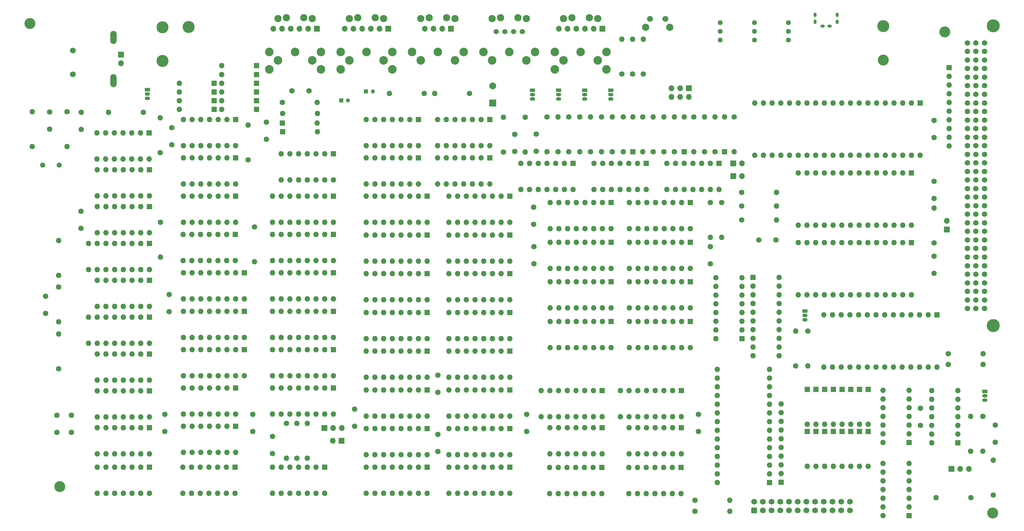
<source format=gbr>
%TF.GenerationSoftware,KiCad,Pcbnew,7.0.1*%
%TF.CreationDate,2024-04-08T12:40:18+03:00*%
%TF.ProjectId,delta48m,64656c74-6134-4386-9d2e-6b696361645f,1*%
%TF.SameCoordinates,Original*%
%TF.FileFunction,Soldermask,Top*%
%TF.FilePolarity,Negative*%
%FSLAX46Y46*%
G04 Gerber Fmt 4.6, Leading zero omitted, Abs format (unit mm)*
G04 Created by KiCad (PCBNEW 7.0.1) date 2024-04-08 12:40:18*
%MOMM*%
%LPD*%
G01*
G04 APERTURE LIST*
G04 Aperture macros list*
%AMRoundRect*
0 Rectangle with rounded corners*
0 $1 Rounding radius*
0 $2 $3 $4 $5 $6 $7 $8 $9 X,Y pos of 4 corners*
0 Add a 4 corners polygon primitive as box body*
4,1,4,$2,$3,$4,$5,$6,$7,$8,$9,$2,$3,0*
0 Add four circle primitives for the rounded corners*
1,1,$1+$1,$2,$3*
1,1,$1+$1,$4,$5*
1,1,$1+$1,$6,$7*
1,1,$1+$1,$8,$9*
0 Add four rect primitives between the rounded corners*
20,1,$1+$1,$2,$3,$4,$5,0*
20,1,$1+$1,$4,$5,$6,$7,0*
20,1,$1+$1,$6,$7,$8,$9,0*
20,1,$1+$1,$8,$9,$2,$3,0*%
G04 Aperture macros list end*
%ADD10R,1.600000X1.600000*%
%ADD11O,1.600000X1.600000*%
%ADD12R,1.700000X1.700000*%
%ADD13O,1.700000X1.700000*%
%ADD14C,1.600000*%
%ADD15C,2.100000*%
%ADD16C,2.500000*%
%ADD17C,3.500000*%
%ADD18O,1.800000X3.900000*%
%ADD19R,1.500000X1.050000*%
%ADD20O,1.500000X1.050000*%
%ADD21C,1.440000*%
%ADD22C,3.800000*%
%ADD23C,1.524000*%
%ADD24C,3.200000*%
%ADD25C,1.500000*%
%ADD26C,1.750000*%
%ADD27R,1.200000X1.200000*%
%ADD28C,1.200000*%
%ADD29RoundRect,0.250000X0.600000X-0.600000X0.600000X0.600000X-0.600000X0.600000X-0.600000X-0.600000X0*%
%ADD30C,1.700000*%
%ADD31O,0.900000X1.300000*%
%ADD32O,1.300000X0.900000*%
%ADD33R,2.000000X2.000000*%
%ADD34C,2.000000*%
G04 APERTURE END LIST*
D10*
%TO.C,U68*%
X288450000Y-209820000D03*
D11*
X288450000Y-207280000D03*
X288450000Y-204740000D03*
X288450000Y-202200000D03*
X288450000Y-199660000D03*
X288450000Y-197120000D03*
X288450000Y-194580000D03*
X288450000Y-192040000D03*
X288450000Y-189500000D03*
X288450000Y-186960000D03*
X288450000Y-184420000D03*
X288450000Y-181880000D03*
X288450000Y-179340000D03*
X288450000Y-176800000D03*
X273210000Y-176800000D03*
X273210000Y-179340000D03*
X273210000Y-181880000D03*
X273210000Y-184420000D03*
X273210000Y-186960000D03*
X273210000Y-189500000D03*
X273210000Y-192040000D03*
X273210000Y-194580000D03*
X273210000Y-197120000D03*
X273210000Y-199660000D03*
X273210000Y-202200000D03*
X273210000Y-204740000D03*
X273210000Y-207280000D03*
X273210000Y-209820000D03*
%TD*%
D10*
%TO.C,U11*%
X132597000Y-103922000D03*
D11*
X130057000Y-103922000D03*
X127517000Y-103922000D03*
X124977000Y-103922000D03*
X122437000Y-103922000D03*
X119897000Y-103922000D03*
X117357000Y-103922000D03*
X117357000Y-111542000D03*
X119897000Y-111542000D03*
X122437000Y-111542000D03*
X124977000Y-111542000D03*
X127517000Y-111542000D03*
X130057000Y-111542000D03*
X132597000Y-111542000D03*
%TD*%
D12*
%TO.C,J9*%
X177169000Y-77438200D03*
D13*
X174629000Y-77438200D03*
X172089000Y-77438200D03*
X169549000Y-77438200D03*
X167009000Y-77438200D03*
X164469000Y-77438200D03*
%TD*%
D14*
%TO.C,R35*%
X254512000Y-113310000D03*
D11*
X254512000Y-103150000D03*
%TD*%
D14*
%TO.C,R53*%
X340618000Y-175413000D03*
D11*
X350778000Y-175413000D03*
%TD*%
D10*
%TO.C,U57*%
X239531000Y-193838000D03*
D11*
X236991000Y-193838000D03*
X234451000Y-193838000D03*
X231911000Y-193838000D03*
X229371000Y-193838000D03*
X226831000Y-193838000D03*
X224291000Y-193838000D03*
X224291000Y-201458000D03*
X226831000Y-201458000D03*
X229371000Y-201458000D03*
X231911000Y-201458000D03*
X234451000Y-201458000D03*
X236991000Y-201458000D03*
X239531000Y-201458000D03*
%TD*%
D10*
%TO.C,U27*%
X161177000Y-182234100D03*
D11*
X158637000Y-182234100D03*
X156097000Y-182234100D03*
X153557000Y-182234100D03*
X151017000Y-182234100D03*
X148477000Y-182234100D03*
X145937000Y-182234100D03*
X143397000Y-182234100D03*
X143397000Y-189854100D03*
X145937000Y-189854100D03*
X148477000Y-189854100D03*
X151017000Y-189854100D03*
X153557000Y-189854100D03*
X156097000Y-189854100D03*
X158637000Y-189854100D03*
X161177000Y-189854100D03*
%TD*%
D10*
%TO.C,U36*%
X188487000Y-182795500D03*
D11*
X185947000Y-182795500D03*
X183407000Y-182795500D03*
X180867000Y-182795500D03*
X178327000Y-182795500D03*
X175787000Y-182795500D03*
X173247000Y-182795500D03*
X170707000Y-182795500D03*
X170707000Y-190415500D03*
X173247000Y-190415500D03*
X175787000Y-190415500D03*
X178327000Y-190415500D03*
X180867000Y-190415500D03*
X183407000Y-190415500D03*
X185947000Y-190415500D03*
X188487000Y-190415500D03*
%TD*%
D14*
%TO.C,R18*%
X245319000Y-90620800D03*
D11*
X245319000Y-80460800D03*
%TD*%
D15*
%TO.C,J3*%
X186647000Y-74487000D03*
X189147000Y-74187000D03*
X194147000Y-74187000D03*
X196647000Y-74487000D03*
D16*
X184147000Y-84187000D03*
X191647000Y-84187000D03*
X199147000Y-84187000D03*
X186647000Y-86687000D03*
X196647000Y-86687000D03*
%TD*%
D17*
%TO.C,H8*%
X321600000Y-76700000D03*
%TD*%
D15*
%TO.C,J6*%
X165819000Y-74487000D03*
X168319000Y-74187000D03*
X173319000Y-74187000D03*
X175819000Y-74487000D03*
D16*
X163319000Y-84187000D03*
X170819000Y-84187000D03*
X178319000Y-84187000D03*
X165819000Y-86687000D03*
X175819000Y-86687000D03*
X163319000Y-89287000D03*
X178319000Y-89287000D03*
%TD*%
D10*
%TO.C,U3*%
X107461000Y-129359000D03*
D11*
X104921000Y-129359000D03*
X102381000Y-129359000D03*
X99841000Y-129359000D03*
X97301000Y-129359000D03*
X94761000Y-129359000D03*
X92221000Y-129359000D03*
X92221000Y-136979000D03*
X94761000Y-136979000D03*
X97301000Y-136979000D03*
X99841000Y-136979000D03*
X102381000Y-136979000D03*
X104921000Y-136979000D03*
X107461000Y-136979000D03*
%TD*%
D18*
%TO.C,LS1*%
X96958600Y-79979400D03*
X96958600Y-92579400D03*
%TD*%
D10*
%TO.C,U43*%
X212612000Y-148896400D03*
D11*
X210072000Y-148896400D03*
X207532000Y-148896400D03*
X204992000Y-148896400D03*
X202452000Y-148896400D03*
X199912000Y-148896400D03*
X197372000Y-148896400D03*
X194832000Y-148896400D03*
X194832000Y-156516400D03*
X197372000Y-156516400D03*
X199912000Y-156516400D03*
X202452000Y-156516400D03*
X204992000Y-156516400D03*
X207532000Y-156516400D03*
X210072000Y-156516400D03*
X212612000Y-156516400D03*
%TD*%
D14*
%TO.C,R5*%
X81030000Y-149378000D03*
D11*
X81030000Y-139218000D03*
%TD*%
D10*
%TO.C,U48*%
X212612000Y-205395000D03*
D11*
X210072000Y-205395000D03*
X207532000Y-205395000D03*
X204992000Y-205395000D03*
X202452000Y-205395000D03*
X199912000Y-205395000D03*
X197372000Y-205395000D03*
X194832000Y-205395000D03*
X194832000Y-213015000D03*
X197372000Y-213015000D03*
X199912000Y-213015000D03*
X202452000Y-213015000D03*
X204992000Y-213015000D03*
X207532000Y-213015000D03*
X210072000Y-213015000D03*
X212612000Y-213015000D03*
%TD*%
D10*
%TO.C,U64*%
X262645000Y-193838000D03*
D11*
X260105000Y-193838000D03*
X257565000Y-193838000D03*
X255025000Y-193838000D03*
X252485000Y-193838000D03*
X249945000Y-193838000D03*
X247405000Y-193838000D03*
X247405000Y-201458000D03*
X249945000Y-201458000D03*
X252485000Y-201458000D03*
X255025000Y-201458000D03*
X257565000Y-201458000D03*
X260105000Y-201458000D03*
X262645000Y-201458000D03*
%TD*%
D14*
%TO.C,R54*%
X347095000Y-200686000D03*
D11*
X347095000Y-190526000D03*
%TD*%
D12*
%TO.C,JP1*%
X158515000Y-193955000D03*
D13*
X161055000Y-193955000D03*
X163595000Y-193955000D03*
%TD*%
D14*
%TO.C,C23*%
X271149000Y-146036000D03*
X271149000Y-141036000D03*
%TD*%
%TO.C,C19*%
X219587000Y-134479000D03*
X219587000Y-129479000D03*
%TD*%
D19*
%TO.C,Q3*%
X219227000Y-95403000D03*
D20*
X219227000Y-96673000D03*
X219227000Y-97943000D03*
%TD*%
D14*
%TO.C,R56*%
X353695000Y-213487000D03*
D11*
X353695000Y-203327000D03*
%TD*%
D10*
%TO.C,U23*%
X161177000Y-137484300D03*
D11*
X158637000Y-137484300D03*
X156097000Y-137484300D03*
X153557000Y-137484300D03*
X151017000Y-137484300D03*
X148477000Y-137484300D03*
X145937000Y-137484300D03*
X143397000Y-137484300D03*
X143397000Y-145104300D03*
X145937000Y-145104300D03*
X148477000Y-145104300D03*
X151017000Y-145104300D03*
X153557000Y-145104300D03*
X156097000Y-145104300D03*
X158637000Y-145104300D03*
X161177000Y-145104300D03*
%TD*%
D10*
%TO.C,U49*%
X231144000Y-116749000D03*
D11*
X228604000Y-116749000D03*
X226064000Y-116749000D03*
X223524000Y-116749000D03*
X220984000Y-116749000D03*
X218444000Y-116749000D03*
X215904000Y-116749000D03*
X215904000Y-124369000D03*
X218444000Y-124369000D03*
X220984000Y-124369000D03*
X223524000Y-124369000D03*
X226064000Y-124369000D03*
X228604000Y-124369000D03*
X231144000Y-124369000D03*
%TD*%
D10*
%TO.C,U72*%
X337241600Y-160928000D03*
D11*
X334701600Y-160928000D03*
X332161600Y-160928000D03*
X329621600Y-160928000D03*
X327081600Y-160928000D03*
X324541600Y-160928000D03*
X322001600Y-160928000D03*
X319461600Y-160928000D03*
X316921600Y-160928000D03*
X314381600Y-160928000D03*
X311841600Y-160928000D03*
X309301600Y-160928000D03*
X306761600Y-160928000D03*
X304221600Y-160928000D03*
X304221600Y-176168000D03*
X306761600Y-176168000D03*
X309301600Y-176168000D03*
X311841600Y-176168000D03*
X314381600Y-176168000D03*
X316921600Y-176168000D03*
X319461600Y-176168000D03*
X322001600Y-176168000D03*
X324541600Y-176168000D03*
X327081600Y-176168000D03*
X329621600Y-176168000D03*
X332161600Y-176168000D03*
X334701600Y-176168000D03*
X337241600Y-176168000D03*
%TD*%
D14*
%TO.C,C30*%
X354334000Y-198106000D03*
X354334000Y-193106000D03*
%TD*%
D10*
%TO.C,U33*%
X188487000Y-148896400D03*
D11*
X185947000Y-148896400D03*
X183407000Y-148896400D03*
X180867000Y-148896400D03*
X178327000Y-148896400D03*
X175787000Y-148896400D03*
X173247000Y-148896400D03*
X170707000Y-148896400D03*
X170707000Y-156516400D03*
X173247000Y-156516400D03*
X175787000Y-156516400D03*
X178327000Y-156516400D03*
X180867000Y-156516400D03*
X183407000Y-156516400D03*
X185947000Y-156516400D03*
X188487000Y-156516400D03*
%TD*%
D14*
%TO.C,C10*%
X154056800Y-95548400D03*
X149056800Y-95548400D03*
%TD*%
D10*
%TO.C,U38*%
X188487000Y-205395000D03*
D11*
X185947000Y-205395000D03*
X183407000Y-205395000D03*
X180867000Y-205395000D03*
X178327000Y-205395000D03*
X175787000Y-205395000D03*
X173247000Y-205395000D03*
X170707000Y-205395000D03*
X170707000Y-213015000D03*
X173247000Y-213015000D03*
X175787000Y-213015000D03*
X178327000Y-213015000D03*
X180867000Y-213015000D03*
X183407000Y-213015000D03*
X185947000Y-213015000D03*
X188487000Y-213015000D03*
%TD*%
D14*
%TO.C,R46*%
X274451000Y-128169000D03*
D11*
X274451000Y-138329000D03*
%TD*%
D10*
%TO.C,U59*%
X265317000Y-128179000D03*
D11*
X262777000Y-128179000D03*
X260237000Y-128179000D03*
X257697000Y-128179000D03*
X255157000Y-128179000D03*
X252617000Y-128179000D03*
X250077000Y-128179000D03*
X247537000Y-128179000D03*
X247537000Y-135799000D03*
X250077000Y-135799000D03*
X252617000Y-135799000D03*
X255157000Y-135799000D03*
X257697000Y-135799000D03*
X260237000Y-135799000D03*
X262777000Y-135799000D03*
X265317000Y-135799000D03*
%TD*%
D21*
%TO.C,RV42*%
X274044600Y-80714800D03*
X274044600Y-78174800D03*
X274044600Y-75634800D03*
%TD*%
D14*
%TO.C,R51*%
X299597000Y-165634000D03*
D11*
X299597000Y-175794000D03*
%TD*%
D10*
%TO.C,U7*%
X107461000Y-172359000D03*
D11*
X104921000Y-172359000D03*
X102381000Y-172359000D03*
X99841000Y-172359000D03*
X97301000Y-172359000D03*
X94761000Y-172359000D03*
X92221000Y-172359000D03*
X92221000Y-179979000D03*
X94761000Y-179979000D03*
X97301000Y-179979000D03*
X99841000Y-179979000D03*
X102381000Y-179979000D03*
X104921000Y-179979000D03*
X107461000Y-179979000D03*
%TD*%
D10*
%TO.C,U30*%
X185937000Y-115109400D03*
D11*
X183397000Y-115109400D03*
X180857000Y-115109400D03*
X178317000Y-115109400D03*
X175777000Y-115109400D03*
X173237000Y-115109400D03*
X170697000Y-115109400D03*
X170697000Y-122729400D03*
X173237000Y-122729400D03*
X175777000Y-122729400D03*
X178317000Y-122729400D03*
X180857000Y-122729400D03*
X183397000Y-122729400D03*
X185937000Y-122729400D03*
%TD*%
D10*
%TO.C,D26*%
X309630000Y-182652000D03*
D11*
X309630000Y-192812000D03*
%TD*%
D10*
%TO.C,D1*%
X138689800Y-88207800D03*
D11*
X128529800Y-88207800D03*
%TD*%
D14*
%TO.C,C16*%
X191647000Y-183541000D03*
X191647000Y-178541000D03*
%TD*%
D10*
%TO.C,U47*%
X212612000Y-194095300D03*
D11*
X210072000Y-194095300D03*
X207532000Y-194095300D03*
X204992000Y-194095300D03*
X202452000Y-194095300D03*
X199912000Y-194095300D03*
X197372000Y-194095300D03*
X194832000Y-194095300D03*
X194832000Y-201715300D03*
X197372000Y-201715300D03*
X199912000Y-201715300D03*
X202452000Y-201715300D03*
X204992000Y-201715300D03*
X207532000Y-201715300D03*
X210072000Y-201715300D03*
X212612000Y-201715300D03*
%TD*%
D14*
%TO.C,R8*%
X110621000Y-113564000D03*
D11*
X110621000Y-103404000D03*
%TD*%
D14*
%TO.C,R41*%
X278134000Y-103150000D03*
D11*
X278134000Y-113310000D03*
%TD*%
D10*
%TO.C,U52*%
X242203000Y-128179000D03*
D11*
X239663000Y-128179000D03*
X237123000Y-128179000D03*
X234583000Y-128179000D03*
X232043000Y-128179000D03*
X229503000Y-128179000D03*
X226963000Y-128179000D03*
X224423000Y-128179000D03*
X224423000Y-135799000D03*
X226963000Y-135799000D03*
X229503000Y-135799000D03*
X232043000Y-135799000D03*
X234583000Y-135799000D03*
X237123000Y-135799000D03*
X239663000Y-135799000D03*
X242203000Y-135799000D03*
%TD*%
D14*
%TO.C,R15*%
X236224000Y-113310000D03*
D11*
X236224000Y-103150000D03*
%TD*%
D12*
%TO.C,JP3*%
X163565000Y-197638000D03*
D13*
X161025000Y-197638000D03*
%TD*%
D10*
%TO.C,D23*%
X302010000Y-182652000D03*
D11*
X302010000Y-192812000D03*
%TD*%
D10*
%TO.C,U39*%
X206765000Y-103922000D03*
D11*
X204225000Y-103922000D03*
X201685000Y-103922000D03*
X199145000Y-103922000D03*
X196605000Y-103922000D03*
X194065000Y-103922000D03*
X191525000Y-103922000D03*
X191525000Y-111542000D03*
X194065000Y-111542000D03*
X196605000Y-111542000D03*
X199145000Y-111542000D03*
X201685000Y-111542000D03*
X204225000Y-111542000D03*
X206765000Y-111542000D03*
%TD*%
D14*
%TO.C,C22*%
X220349000Y-108151200D03*
X220349000Y-113151200D03*
%TD*%
D12*
%TO.C,J12*%
X195447000Y-77438200D03*
D13*
X192907000Y-77438200D03*
X190367000Y-77438200D03*
X187827000Y-77438200D03*
%TD*%
D10*
%TO.C,D9*%
X138715200Y-98393200D03*
D11*
X128555200Y-98393200D03*
%TD*%
D14*
%TO.C,C25*%
X290326000Y-139091000D03*
X285326000Y-139091000D03*
%TD*%
D10*
%TO.C,U10*%
X107456000Y-205395000D03*
D11*
X104916000Y-205395000D03*
X102376000Y-205395000D03*
X99836000Y-205395000D03*
X97296000Y-205395000D03*
X94756000Y-205395000D03*
X92216000Y-205395000D03*
X92216000Y-213015000D03*
X94756000Y-213015000D03*
X97296000Y-213015000D03*
X99836000Y-213015000D03*
X102376000Y-213015000D03*
X104916000Y-213015000D03*
X107456000Y-213015000D03*
%TD*%
D10*
%TO.C,U61*%
X265317000Y-151293000D03*
D11*
X262777000Y-151293000D03*
X260237000Y-151293000D03*
X257697000Y-151293000D03*
X255157000Y-151293000D03*
X252617000Y-151293000D03*
X250077000Y-151293000D03*
X247537000Y-151293000D03*
X247537000Y-158913000D03*
X250077000Y-158913000D03*
X252617000Y-158913000D03*
X255157000Y-158913000D03*
X257697000Y-158913000D03*
X260237000Y-158913000D03*
X262777000Y-158913000D03*
X265317000Y-158913000D03*
%TD*%
D17*
%TO.C,H10*%
X111257800Y-86783800D03*
%TD*%
D10*
%TO.C,U29*%
X185937000Y-103922000D03*
D11*
X183397000Y-103922000D03*
X180857000Y-103922000D03*
X178317000Y-103922000D03*
X175777000Y-103922000D03*
X173237000Y-103922000D03*
X170697000Y-103922000D03*
X170697000Y-111542000D03*
X173237000Y-111542000D03*
X175777000Y-111542000D03*
X178317000Y-111542000D03*
X180857000Y-111542000D03*
X183397000Y-111542000D03*
X185937000Y-111542000D03*
%TD*%
D10*
%TO.C,U8*%
X107461000Y-183109000D03*
D11*
X104921000Y-183109000D03*
X102381000Y-183109000D03*
X99841000Y-183109000D03*
X97301000Y-183109000D03*
X94761000Y-183109000D03*
X92221000Y-183109000D03*
X92221000Y-190729000D03*
X94761000Y-190729000D03*
X97301000Y-190729000D03*
X99841000Y-190729000D03*
X102381000Y-190729000D03*
X104921000Y-190729000D03*
X107461000Y-190729000D03*
%TD*%
D10*
%TO.C,D22*%
X299470000Y-182652000D03*
D11*
X299470000Y-192812000D03*
%TD*%
D14*
%TO.C,R34*%
X251417200Y-103150000D03*
D11*
X251417200Y-113310000D03*
%TD*%
D14*
%TO.C,R30*%
X239399000Y-103150000D03*
D11*
X239399000Y-113310000D03*
%TD*%
D10*
%TO.C,U13*%
X132597000Y-126296900D03*
D11*
X130057000Y-126296900D03*
X127517000Y-126296900D03*
X124977000Y-126296900D03*
X122437000Y-126296900D03*
X119897000Y-126296900D03*
X117357000Y-126296900D03*
X117357000Y-133916900D03*
X119897000Y-133916900D03*
X122437000Y-133916900D03*
X124977000Y-133916900D03*
X127517000Y-133916900D03*
X130057000Y-133916900D03*
X132597000Y-133916900D03*
%TD*%
D10*
%TO.C,D30*%
X146308000Y-104928000D03*
D11*
X156468000Y-104928000D03*
%TD*%
D14*
%TO.C,C4*%
X80522000Y-195185000D03*
X80522000Y-190185000D03*
%TD*%
D10*
%TO.C,U60*%
X265317000Y-139736000D03*
D11*
X262777000Y-139736000D03*
X260237000Y-139736000D03*
X257697000Y-139736000D03*
X255157000Y-139736000D03*
X252617000Y-139736000D03*
X250077000Y-139736000D03*
X247537000Y-139736000D03*
X247537000Y-147356000D03*
X250077000Y-147356000D03*
X252617000Y-147356000D03*
X255157000Y-147356000D03*
X257697000Y-147356000D03*
X260237000Y-147356000D03*
X262777000Y-147356000D03*
X265317000Y-147356000D03*
%TD*%
D17*
%TO.C,H1*%
X111334000Y-76981000D03*
%TD*%
D10*
%TO.C,U21*%
X161172000Y-113955000D03*
D11*
X158632000Y-113955000D03*
X156092000Y-113955000D03*
X153552000Y-113955000D03*
X151012000Y-113955000D03*
X148472000Y-113955000D03*
X145932000Y-113955000D03*
X145932000Y-121575000D03*
X148472000Y-121575000D03*
X151012000Y-121575000D03*
X153552000Y-121575000D03*
X156092000Y-121575000D03*
X158632000Y-121575000D03*
X161172000Y-121575000D03*
%TD*%
D14*
%TO.C,R50*%
X296041000Y-175794000D03*
D11*
X296041000Y-165634000D03*
%TD*%
D14*
%TO.C,C5*%
X84713000Y-195185000D03*
X84713000Y-190185000D03*
%TD*%
D10*
%TO.C,U50*%
X252419000Y-116749000D03*
D11*
X249879000Y-116749000D03*
X247339000Y-116749000D03*
X244799000Y-116749000D03*
X242259000Y-116749000D03*
X239719000Y-116749000D03*
X237179000Y-116749000D03*
X237179000Y-124369000D03*
X239719000Y-124369000D03*
X242259000Y-124369000D03*
X244799000Y-124369000D03*
X247339000Y-124369000D03*
X249879000Y-124369000D03*
X252419000Y-124369000D03*
%TD*%
D22*
%TO.C,J1*%
X353659000Y-164060000D03*
X353659000Y-76560000D03*
D14*
X346159000Y-81560000D03*
X348659000Y-81560000D03*
X346159000Y-84060000D03*
X348659000Y-84060000D03*
X346159000Y-86560000D03*
X348659000Y-86560000D03*
X346159000Y-89060000D03*
X348659000Y-89060000D03*
X346159000Y-91560000D03*
X348659000Y-91560000D03*
X346159000Y-94060000D03*
X348659000Y-94060000D03*
X346159000Y-96560000D03*
X348659000Y-96560000D03*
X346159000Y-99060000D03*
X348659000Y-99060000D03*
X346159000Y-101560000D03*
X348659000Y-101560000D03*
X346159000Y-104060000D03*
X348659000Y-104060000D03*
X346159000Y-106560000D03*
X348659000Y-106560000D03*
X346159000Y-109060000D03*
X348659000Y-109060000D03*
X346159000Y-111560000D03*
X348659000Y-111560000D03*
X346159000Y-114060000D03*
X348659000Y-114060000D03*
X346159000Y-116560000D03*
X348659000Y-116560000D03*
X346159000Y-119060000D03*
X348659000Y-119060000D03*
X346159000Y-121560000D03*
X348659000Y-121560000D03*
X346159000Y-124060000D03*
X348659000Y-124060000D03*
X346159000Y-126560000D03*
X348659000Y-126560000D03*
X346159000Y-129060000D03*
X348659000Y-129060000D03*
X346159000Y-131560000D03*
X348659000Y-131560000D03*
X346159000Y-134060000D03*
X348659000Y-134060000D03*
X346159000Y-136560000D03*
X348659000Y-136560000D03*
X346159000Y-139060000D03*
X348659000Y-139060000D03*
X346159000Y-141560000D03*
X348659000Y-141560000D03*
X346159000Y-144060000D03*
X348659000Y-144060000D03*
X346159000Y-146560000D03*
X348659000Y-146560000D03*
X346159000Y-149060000D03*
X348659000Y-149060000D03*
X346159000Y-151560000D03*
X348659000Y-151560000D03*
X346159000Y-154060000D03*
X348659000Y-154060000D03*
X346159000Y-156560000D03*
X348659000Y-156560000D03*
X346159000Y-159060000D03*
X348659000Y-159060000D03*
X351159000Y-81560000D03*
X351159000Y-84060000D03*
X351159000Y-86560000D03*
X351159000Y-89060000D03*
X351159000Y-91560000D03*
X351159000Y-94060000D03*
X351159000Y-96560000D03*
X351159000Y-99060000D03*
X351159000Y-101560000D03*
X351159000Y-104060000D03*
X351159000Y-106560000D03*
X351159000Y-109060000D03*
X351159000Y-111560000D03*
X351159000Y-114060000D03*
X351159000Y-116560000D03*
X351159000Y-119060000D03*
X351159000Y-121560000D03*
X351159000Y-124060000D03*
X351159000Y-126560000D03*
X351159000Y-129060000D03*
X351159000Y-131560000D03*
X351159000Y-134060000D03*
X351159000Y-136560000D03*
X351159000Y-139060000D03*
X351159000Y-141560000D03*
X351159000Y-144060000D03*
X351159000Y-146560000D03*
X351159000Y-149060000D03*
X351159000Y-151560000D03*
X351159000Y-154060000D03*
X351159000Y-156560000D03*
X351159000Y-159060000D03*
%TD*%
%TO.C,C3*%
X77220000Y-155514000D03*
X77220000Y-160514000D03*
%TD*%
D10*
%TO.C,U20*%
X132465000Y-205395000D03*
D11*
X129925000Y-205395000D03*
X127385000Y-205395000D03*
X124845000Y-205395000D03*
X122305000Y-205395000D03*
X119765000Y-205395000D03*
X117225000Y-205395000D03*
X117225000Y-213015000D03*
X119765000Y-213015000D03*
X122305000Y-213015000D03*
X124845000Y-213015000D03*
X127385000Y-213015000D03*
X129925000Y-213015000D03*
X132465000Y-213015000D03*
%TD*%
D10*
%TO.C,DA2*%
X340872000Y-88799000D03*
D11*
X340872000Y-91339000D03*
X340872000Y-93879000D03*
X340872000Y-96419000D03*
X340872000Y-98959000D03*
X340872000Y-101499000D03*
X340872000Y-104039000D03*
X340872000Y-106579000D03*
X340872000Y-109119000D03*
X340872000Y-111659000D03*
%TD*%
D10*
%TO.C,D17*%
X307090000Y-194971000D03*
D11*
X307090000Y-205131000D03*
%TD*%
D14*
%TO.C,R33*%
X245749000Y-103150000D03*
D11*
X245749000Y-113310000D03*
%TD*%
D12*
%TO.C,JP6*%
X264911000Y-94763000D03*
D13*
X264911000Y-97303000D03*
X262371000Y-94763000D03*
X262371000Y-97303000D03*
X259831000Y-94763000D03*
X259831000Y-97303000D03*
%TD*%
D14*
%TO.C,R59*%
X266704000Y-218212000D03*
D11*
X276864000Y-218212000D03*
%TD*%
D10*
%TO.C,D12*%
X263503600Y-113310000D03*
D11*
X263503600Y-103150000D03*
%TD*%
D10*
%TO.C,U22*%
X161177000Y-126296900D03*
D11*
X158637000Y-126296900D03*
X156097000Y-126296900D03*
X153557000Y-126296900D03*
X151017000Y-126296900D03*
X148477000Y-126296900D03*
X145937000Y-126296900D03*
X143397000Y-126296900D03*
X143397000Y-133916900D03*
X145937000Y-133916900D03*
X148477000Y-133916900D03*
X151017000Y-133916900D03*
X153557000Y-133916900D03*
X156097000Y-133916900D03*
X158637000Y-133916900D03*
X161177000Y-133916900D03*
%TD*%
D10*
%TO.C,U44*%
X212612000Y-160196100D03*
D11*
X210072000Y-160196100D03*
X207532000Y-160196100D03*
X204992000Y-160196100D03*
X202452000Y-160196100D03*
X199912000Y-160196100D03*
X197372000Y-160196100D03*
X194832000Y-160196100D03*
X194832000Y-167816100D03*
X197372000Y-167816100D03*
X199912000Y-167816100D03*
X202452000Y-167816100D03*
X204992000Y-167816100D03*
X207532000Y-167816100D03*
X210072000Y-167816100D03*
X212612000Y-167816100D03*
%TD*%
D14*
%TO.C,C8*%
X113288000Y-160006000D03*
X113288000Y-155006000D03*
%TD*%
D10*
%TO.C,U5*%
X107461000Y-150859000D03*
D11*
X104921000Y-150859000D03*
X102381000Y-150859000D03*
X99841000Y-150859000D03*
X97301000Y-150859000D03*
X94761000Y-150859000D03*
X92221000Y-150859000D03*
X92221000Y-158479000D03*
X94761000Y-158479000D03*
X97301000Y-158479000D03*
X99841000Y-158479000D03*
X102381000Y-158479000D03*
X104921000Y-158479000D03*
X107461000Y-158479000D03*
%TD*%
D10*
%TO.C,D2*%
X126396200Y-93313200D03*
D11*
X116236200Y-93313200D03*
%TD*%
D10*
%TO.C,D7*%
X138715200Y-93313200D03*
D11*
X128555200Y-93313200D03*
%TD*%
D10*
%TO.C,D27*%
X312170000Y-182652000D03*
D11*
X312170000Y-192812000D03*
%TD*%
D10*
%TO.C,U1*%
X107446000Y-107849000D03*
D11*
X104906000Y-107849000D03*
X102366000Y-107849000D03*
X99826000Y-107849000D03*
X97286000Y-107849000D03*
X94746000Y-107849000D03*
X92206000Y-107849000D03*
X92206000Y-115469000D03*
X94746000Y-115469000D03*
X97286000Y-115469000D03*
X99826000Y-115469000D03*
X102366000Y-115469000D03*
X104906000Y-115469000D03*
X107446000Y-115469000D03*
%TD*%
D14*
%TO.C,R10*%
X136302200Y-115716000D03*
D11*
X136302200Y-105556000D03*
%TD*%
D14*
%TO.C,C1*%
X78363000Y-106706000D03*
X78363000Y-101706000D03*
%TD*%
D12*
%TO.C,JP4*%
X277820200Y-116687600D03*
D13*
X280360200Y-116687600D03*
%TD*%
D17*
%TO.C,H7*%
X118877800Y-76930200D03*
%TD*%
D10*
%TO.C,U62*%
X265317000Y-162850000D03*
D11*
X262777000Y-162850000D03*
X260237000Y-162850000D03*
X257697000Y-162850000D03*
X255157000Y-162850000D03*
X252617000Y-162850000D03*
X250077000Y-162850000D03*
X247537000Y-162850000D03*
X247537000Y-170470000D03*
X250077000Y-170470000D03*
X252617000Y-170470000D03*
X255157000Y-170470000D03*
X257697000Y-170470000D03*
X260237000Y-170470000D03*
X262777000Y-170470000D03*
X265317000Y-170470000D03*
%TD*%
D14*
%TO.C,R14*%
X150499000Y-202718000D03*
D11*
X150499000Y-192558000D03*
%TD*%
D10*
%TO.C,U75*%
X343402000Y-198278000D03*
D11*
X343402000Y-195738000D03*
X343402000Y-193198000D03*
X343402000Y-190658000D03*
X343402000Y-188118000D03*
X343402000Y-185578000D03*
X343402000Y-183038000D03*
X335782000Y-183038000D03*
X335782000Y-185578000D03*
X335782000Y-188118000D03*
X335782000Y-190658000D03*
X335782000Y-193198000D03*
X335782000Y-195738000D03*
X335782000Y-198278000D03*
%TD*%
D21*
%TO.C,RV43*%
X284002300Y-80714800D03*
X284002300Y-78174800D03*
X284002300Y-75634800D03*
%TD*%
D10*
%TO.C,D15*%
X302010000Y-194971000D03*
D11*
X302010000Y-205131000D03*
%TD*%
D12*
%TO.C,J14*%
X340111800Y-136036000D03*
D13*
X340111800Y-133496000D03*
%TD*%
D10*
%TO.C,U41*%
X212612000Y-126296900D03*
D11*
X210072000Y-126296900D03*
X207532000Y-126296900D03*
X204992000Y-126296900D03*
X202452000Y-126296900D03*
X199912000Y-126296900D03*
X197372000Y-126296900D03*
X194832000Y-126296900D03*
X194832000Y-133916900D03*
X197372000Y-133916900D03*
X199912000Y-133916900D03*
X202452000Y-133916900D03*
X204992000Y-133916900D03*
X207532000Y-133916900D03*
X210072000Y-133916900D03*
X212612000Y-133916900D03*
%TD*%
D10*
%TO.C,D31*%
X146315000Y-107468000D03*
D11*
X156475000Y-107468000D03*
%TD*%
D19*
%TO.C,Q5*%
X234467000Y-95403000D03*
D20*
X234467000Y-96673000D03*
X234467000Y-97943000D03*
%TD*%
D10*
%TO.C,D29*%
X317250000Y-182652000D03*
D11*
X317250000Y-192812000D03*
%TD*%
D10*
%TO.C,U32*%
X188487000Y-137596600D03*
D11*
X185947000Y-137596600D03*
X183407000Y-137596600D03*
X180867000Y-137596600D03*
X178327000Y-137596600D03*
X175787000Y-137596600D03*
X173247000Y-137596600D03*
X170707000Y-137596600D03*
X170707000Y-145216600D03*
X173247000Y-145216600D03*
X175787000Y-145216600D03*
X178327000Y-145216600D03*
X180867000Y-145216600D03*
X183407000Y-145216600D03*
X185947000Y-145216600D03*
X188487000Y-145216600D03*
%TD*%
D10*
%TO.C,U12*%
X132597000Y-115109400D03*
D11*
X130057000Y-115109400D03*
X127517000Y-115109400D03*
X124977000Y-115109400D03*
X122437000Y-115109400D03*
X119897000Y-115109400D03*
X117357000Y-115109400D03*
X117357000Y-122729400D03*
X119897000Y-122729400D03*
X122437000Y-122729400D03*
X124977000Y-122729400D03*
X127517000Y-122729400D03*
X130057000Y-122729400D03*
X132597000Y-122729400D03*
%TD*%
D10*
%TO.C,U71*%
X329838000Y-139848000D03*
D11*
X327298000Y-139848000D03*
X324758000Y-139848000D03*
X322218000Y-139848000D03*
X319678000Y-139848000D03*
X317138000Y-139848000D03*
X314598000Y-139848000D03*
X312058000Y-139848000D03*
X309518000Y-139848000D03*
X306978000Y-139848000D03*
X304438000Y-139848000D03*
X301898000Y-139848000D03*
X299358000Y-139848000D03*
X296818000Y-139848000D03*
X296818000Y-155088000D03*
X299358000Y-155088000D03*
X301898000Y-155088000D03*
X304438000Y-155088000D03*
X306978000Y-155088000D03*
X309518000Y-155088000D03*
X312058000Y-155088000D03*
X314598000Y-155088000D03*
X317138000Y-155088000D03*
X319678000Y-155088000D03*
X322218000Y-155088000D03*
X324758000Y-155088000D03*
X327298000Y-155088000D03*
X329838000Y-155088000D03*
%TD*%
D10*
%TO.C,U45*%
X212612000Y-171495800D03*
D11*
X210072000Y-171495800D03*
X207532000Y-171495800D03*
X204992000Y-171495800D03*
X202452000Y-171495800D03*
X199912000Y-171495800D03*
X197372000Y-171495800D03*
X194832000Y-171495800D03*
X194832000Y-179115800D03*
X197372000Y-179115800D03*
X199912000Y-179115800D03*
X202452000Y-179115800D03*
X204992000Y-179115800D03*
X207532000Y-179115800D03*
X210072000Y-179115800D03*
X212612000Y-179115800D03*
%TD*%
D14*
%TO.C,R24*%
X223524000Y-103150000D03*
D11*
X223524000Y-113310000D03*
%TD*%
D14*
%TO.C,C27*%
X336427000Y-126986000D03*
X336427000Y-121986000D03*
%TD*%
%TO.C,R49*%
X280293000Y-133249000D03*
D11*
X290453000Y-133249000D03*
%TD*%
D14*
%TO.C,C2*%
X87507000Y-135659000D03*
X87507000Y-130659000D03*
%TD*%
D10*
%TO.C,U14*%
X132592000Y-137484300D03*
D11*
X130052000Y-137484300D03*
X127512000Y-137484300D03*
X124972000Y-137484300D03*
X122432000Y-137484300D03*
X119892000Y-137484300D03*
X117352000Y-137484300D03*
X117352000Y-145104300D03*
X119892000Y-145104300D03*
X122432000Y-145104300D03*
X124972000Y-145104300D03*
X127512000Y-145104300D03*
X130052000Y-145104300D03*
X132592000Y-145104300D03*
%TD*%
D10*
%TO.C,U6*%
X107461000Y-161609000D03*
D11*
X104921000Y-161609000D03*
X102381000Y-161609000D03*
X99841000Y-161609000D03*
X97301000Y-161609000D03*
X94761000Y-161609000D03*
X92221000Y-161609000D03*
X89681000Y-161609000D03*
X89681000Y-169229000D03*
X92221000Y-169229000D03*
X94761000Y-169229000D03*
X97301000Y-169229000D03*
X99841000Y-169229000D03*
X102381000Y-169229000D03*
X104921000Y-169229000D03*
X107461000Y-169229000D03*
%TD*%
D10*
%TO.C,D19*%
X312170000Y-194971000D03*
D11*
X312170000Y-205131000D03*
%TD*%
D14*
%TO.C,C6*%
X113975600Y-106332600D03*
X113975600Y-111332600D03*
%TD*%
D10*
%TO.C,U18*%
X132597000Y-182234100D03*
D11*
X130057000Y-182234100D03*
X127517000Y-182234100D03*
X124977000Y-182234100D03*
X122437000Y-182234100D03*
X119897000Y-182234100D03*
X117357000Y-182234100D03*
X117357000Y-189854100D03*
X119897000Y-189854100D03*
X122437000Y-189854100D03*
X124977000Y-189854100D03*
X127517000Y-189854100D03*
X130057000Y-189854100D03*
X132597000Y-189854100D03*
%TD*%
D10*
%TO.C,U65*%
X262640000Y-205419000D03*
D11*
X260100000Y-205419000D03*
X257560000Y-205419000D03*
X255020000Y-205419000D03*
X252480000Y-205419000D03*
X249940000Y-205419000D03*
X247400000Y-205419000D03*
X247400000Y-213039000D03*
X249940000Y-213039000D03*
X252480000Y-213039000D03*
X255020000Y-213039000D03*
X257560000Y-213039000D03*
X260100000Y-213039000D03*
X262640000Y-213039000D03*
%TD*%
D10*
%TO.C,U69*%
X332358000Y-99081000D03*
D11*
X329818000Y-99081000D03*
X327278000Y-99081000D03*
X324738000Y-99081000D03*
X322198000Y-99081000D03*
X319658000Y-99081000D03*
X317118000Y-99081000D03*
X314578000Y-99081000D03*
X312038000Y-99081000D03*
X309498000Y-99081000D03*
X306958000Y-99081000D03*
X304418000Y-99081000D03*
X301878000Y-99081000D03*
X299338000Y-99081000D03*
X296798000Y-99081000D03*
X294258000Y-99081000D03*
X291718000Y-99081000D03*
X289178000Y-99081000D03*
X286638000Y-99081000D03*
X284098000Y-99081000D03*
X284098000Y-114321000D03*
X286638000Y-114321000D03*
X289178000Y-114321000D03*
X291718000Y-114321000D03*
X294258000Y-114321000D03*
X296798000Y-114321000D03*
X299338000Y-114321000D03*
X301878000Y-114321000D03*
X304418000Y-114321000D03*
X306958000Y-114321000D03*
X309498000Y-114321000D03*
X312038000Y-114321000D03*
X314578000Y-114321000D03*
X317118000Y-114321000D03*
X319658000Y-114321000D03*
X322198000Y-114321000D03*
X324738000Y-114321000D03*
X327278000Y-114321000D03*
X329818000Y-114321000D03*
X332358000Y-114321000D03*
%TD*%
D19*
%TO.C,Q8*%
X298729000Y-159792000D03*
D20*
X298729000Y-161062000D03*
X298729000Y-162332000D03*
%TD*%
D14*
%TO.C,R7*%
X105750000Y-101800000D03*
D11*
X95590000Y-101800000D03*
%TD*%
D14*
%TO.C,R20*%
X187710000Y-96292000D03*
D11*
X177550000Y-96292000D03*
%TD*%
D10*
%TO.C,D4*%
X126396200Y-98393200D03*
D11*
X116236200Y-98393200D03*
%TD*%
D10*
%TO.C,D8*%
X138715200Y-95853200D03*
D11*
X128555200Y-95853200D03*
%TD*%
D10*
%TO.C,U73*%
X329178000Y-198151000D03*
D11*
X329178000Y-195611000D03*
X329178000Y-193071000D03*
X329178000Y-190531000D03*
X329178000Y-187991000D03*
X329178000Y-185451000D03*
X329178000Y-182911000D03*
X321558000Y-182911000D03*
X321558000Y-185451000D03*
X321558000Y-187991000D03*
X321558000Y-190531000D03*
X321558000Y-193071000D03*
X321558000Y-195611000D03*
X321558000Y-198151000D03*
%TD*%
D10*
%TO.C,U34*%
X188487000Y-160196100D03*
D11*
X185947000Y-160196100D03*
X183407000Y-160196100D03*
X180867000Y-160196100D03*
X178327000Y-160196100D03*
X175787000Y-160196100D03*
X173247000Y-160196100D03*
X170707000Y-160196100D03*
X170707000Y-167816100D03*
X173247000Y-167816100D03*
X175787000Y-167816100D03*
X178327000Y-167816100D03*
X180867000Y-167816100D03*
X183407000Y-167816100D03*
X185947000Y-167816100D03*
X188487000Y-167816100D03*
%TD*%
D14*
%TO.C,C13*%
X137672000Y-194931000D03*
X137672000Y-189931000D03*
%TD*%
D12*
%TO.C,J13*%
X99199600Y-84922600D03*
D13*
X99199600Y-87462600D03*
%TD*%
D15*
%TO.C,J7*%
X144991000Y-74487000D03*
X147491000Y-74187000D03*
X152491000Y-74187000D03*
X154991000Y-74487000D03*
D16*
X142491000Y-84187000D03*
X149991000Y-84187000D03*
X157491000Y-84187000D03*
X144991000Y-86687000D03*
X154991000Y-86687000D03*
X142491000Y-89287000D03*
X157491000Y-89287000D03*
%TD*%
D10*
%TO.C,D16*%
X304550000Y-194971000D03*
D11*
X304550000Y-205131000D03*
%TD*%
D10*
%TO.C,D3*%
X126396200Y-95853200D03*
D11*
X116236200Y-95853200D03*
%TD*%
D14*
%TO.C,C29*%
X332490000Y-193153000D03*
X332490000Y-188153000D03*
%TD*%
%TO.C,C26*%
X336427000Y-148830000D03*
X336427000Y-143830000D03*
%TD*%
D10*
%TO.C,U40*%
X206765000Y-115109400D03*
D11*
X204225000Y-115109400D03*
X201685000Y-115109400D03*
X199145000Y-115109400D03*
X196605000Y-115109400D03*
X194065000Y-115109400D03*
X191525000Y-115109400D03*
X191525000Y-122729400D03*
X194065000Y-122729400D03*
X196605000Y-122729400D03*
X199145000Y-122729400D03*
X201685000Y-122729400D03*
X204225000Y-122729400D03*
X206765000Y-122729400D03*
%TD*%
D14*
%TO.C,R45*%
X271149000Y-128169000D03*
D11*
X271149000Y-138329000D03*
%TD*%
D10*
%TO.C,U70*%
X329838000Y-119528000D03*
D11*
X327298000Y-119528000D03*
X324758000Y-119528000D03*
X322218000Y-119528000D03*
X319678000Y-119528000D03*
X317138000Y-119528000D03*
X314598000Y-119528000D03*
X312058000Y-119528000D03*
X309518000Y-119528000D03*
X306978000Y-119528000D03*
X304438000Y-119528000D03*
X301898000Y-119528000D03*
X299358000Y-119528000D03*
X296818000Y-119528000D03*
X296818000Y-134768000D03*
X299358000Y-134768000D03*
X301898000Y-134768000D03*
X304438000Y-134768000D03*
X306978000Y-134768000D03*
X309518000Y-134768000D03*
X312058000Y-134768000D03*
X314598000Y-134768000D03*
X317138000Y-134768000D03*
X319678000Y-134768000D03*
X322218000Y-134768000D03*
X324758000Y-134768000D03*
X327298000Y-134768000D03*
X329838000Y-134768000D03*
%TD*%
D14*
%TO.C,R19*%
X138180000Y-135281000D03*
D11*
X138180000Y-145441000D03*
%TD*%
D10*
%TO.C,U67*%
X283595000Y-150013000D03*
D11*
X283595000Y-152553000D03*
X283595000Y-155093000D03*
X283595000Y-157633000D03*
X283595000Y-160173000D03*
X283595000Y-162713000D03*
X283595000Y-165253000D03*
X283595000Y-167793000D03*
X283595000Y-170333000D03*
X283595000Y-172873000D03*
X291215000Y-172873000D03*
X291215000Y-170333000D03*
X291215000Y-167793000D03*
X291215000Y-165253000D03*
X291215000Y-162713000D03*
X291215000Y-160173000D03*
X291215000Y-157633000D03*
X291215000Y-155093000D03*
X291215000Y-152553000D03*
X291215000Y-150013000D03*
%TD*%
D10*
%TO.C,D14*%
X299470000Y-194971000D03*
D11*
X299470000Y-205131000D03*
%TD*%
D14*
%TO.C,R32*%
X242574000Y-113310000D03*
D11*
X242574000Y-103150000D03*
%TD*%
D14*
%TO.C,R21*%
X200918000Y-96292000D03*
D11*
X190758000Y-96292000D03*
%TD*%
D14*
%TO.C,R3*%
X336427000Y-139922200D03*
D11*
X336427000Y-129762200D03*
%TD*%
D10*
%TO.C,D18*%
X309630000Y-194971000D03*
D11*
X309630000Y-205131000D03*
%TD*%
D14*
%TO.C,R16*%
X153547000Y-202718000D03*
D11*
X153547000Y-192558000D03*
%TD*%
D23*
%TO.C,J8*%
X216250000Y-78276400D03*
X213710000Y-78276400D03*
X211170000Y-78276400D03*
X208630000Y-78276400D03*
%TD*%
D14*
%TO.C,R37*%
X272505900Y-113310000D03*
D11*
X272505900Y-103150000D03*
%TD*%
D10*
%TO.C,D11*%
X248583100Y-113310000D03*
D11*
X248583100Y-103150000D03*
%TD*%
D14*
%TO.C,R9*%
X110748000Y-133884000D03*
D11*
X110748000Y-144044000D03*
%TD*%
D14*
%TO.C,C32*%
X87634000Y-106793000D03*
X87634000Y-101793000D03*
%TD*%
%TO.C,R28*%
X233049000Y-103150000D03*
D11*
X233049000Y-113310000D03*
%TD*%
D15*
%TO.C,J2*%
X228303000Y-74487000D03*
X230803000Y-74187000D03*
X235803000Y-74187000D03*
X238303000Y-74487000D03*
D16*
X225803000Y-84187000D03*
X233303000Y-84187000D03*
X240803000Y-84187000D03*
X228303000Y-86687000D03*
X238303000Y-86687000D03*
X225803000Y-89287000D03*
X240803000Y-89287000D03*
%TD*%
D14*
%TO.C,C18*%
X219714000Y-146036000D03*
X219714000Y-141036000D03*
%TD*%
%TO.C,C31*%
X167390000Y-193407000D03*
X167390000Y-188407000D03*
%TD*%
D10*
%TO.C,U24*%
X161177000Y-148671800D03*
D11*
X158637000Y-148671800D03*
X156097000Y-148671800D03*
X153557000Y-148671800D03*
X151017000Y-148671800D03*
X148477000Y-148671800D03*
X145937000Y-148671800D03*
X143397000Y-148671800D03*
X143397000Y-156291800D03*
X145937000Y-156291800D03*
X148477000Y-156291800D03*
X151017000Y-156291800D03*
X153557000Y-156291800D03*
X156097000Y-156291800D03*
X158637000Y-156291800D03*
X161177000Y-156291800D03*
%TD*%
D14*
%TO.C,R1*%
X83443000Y-101626000D03*
D11*
X83443000Y-111786000D03*
%TD*%
D14*
%TO.C,C28*%
X336427000Y-109206000D03*
X336427000Y-104206000D03*
%TD*%
D24*
%TO.C,H4*%
X81300000Y-211000000D03*
%TD*%
D10*
%TO.C,U37*%
X188487000Y-194095300D03*
D11*
X185947000Y-194095300D03*
X183407000Y-194095300D03*
X180867000Y-194095300D03*
X178327000Y-194095300D03*
X175787000Y-194095300D03*
X173247000Y-194095300D03*
X170707000Y-194095300D03*
X170707000Y-201715300D03*
X173247000Y-201715300D03*
X175787000Y-201715300D03*
X178327000Y-201715300D03*
X180867000Y-201715300D03*
X183407000Y-201715300D03*
X185947000Y-201715300D03*
X188487000Y-201715300D03*
%TD*%
D10*
%TO.C,U56*%
X239536000Y-183043000D03*
D11*
X236996000Y-183043000D03*
X234456000Y-183043000D03*
X231916000Y-183043000D03*
X229376000Y-183043000D03*
X226836000Y-183043000D03*
X224296000Y-183043000D03*
X221756000Y-183043000D03*
X221756000Y-190663000D03*
X224296000Y-190663000D03*
X226836000Y-190663000D03*
X229376000Y-190663000D03*
X231916000Y-190663000D03*
X234456000Y-190663000D03*
X236996000Y-190663000D03*
X239536000Y-190663000D03*
%TD*%
D10*
%TO.C,D6*%
X138715200Y-90773200D03*
D11*
X128555200Y-90773200D03*
%TD*%
D24*
%TO.C,H5*%
X339600000Y-78400000D03*
%TD*%
D10*
%TO.C,D21*%
X317250000Y-194971000D03*
D11*
X317250000Y-205131000D03*
%TD*%
D10*
%TO.C,D25*%
X307090000Y-182652000D03*
D11*
X307090000Y-192812000D03*
%TD*%
D10*
%TO.C,U55*%
X242203000Y-162850000D03*
D11*
X239663000Y-162850000D03*
X237123000Y-162850000D03*
X234583000Y-162850000D03*
X232043000Y-162850000D03*
X229503000Y-162850000D03*
X226963000Y-162850000D03*
X224423000Y-162850000D03*
X224423000Y-170470000D03*
X226963000Y-170470000D03*
X229503000Y-170470000D03*
X232043000Y-170470000D03*
X234583000Y-170470000D03*
X237123000Y-170470000D03*
X239663000Y-170470000D03*
X242203000Y-170470000D03*
%TD*%
D10*
%TO.C,U25*%
X161177000Y-159859200D03*
D11*
X158637000Y-159859200D03*
X156097000Y-159859200D03*
X153557000Y-159859200D03*
X151017000Y-159859200D03*
X148477000Y-159859200D03*
X145937000Y-159859200D03*
X143397000Y-159859200D03*
X143397000Y-167479200D03*
X145937000Y-167479200D03*
X148477000Y-167479200D03*
X151017000Y-167479200D03*
X153557000Y-167479200D03*
X156097000Y-167479200D03*
X158637000Y-167479200D03*
X161177000Y-167479200D03*
%TD*%
D14*
%TO.C,R27*%
X251618200Y-90620800D03*
D11*
X251618200Y-80460800D03*
%TD*%
D25*
%TO.C,Y1*%
X76294000Y-117247000D03*
X81174000Y-117247000D03*
%TD*%
D10*
%TO.C,U26*%
X161177000Y-171046700D03*
D11*
X158637000Y-171046700D03*
X156097000Y-171046700D03*
X153557000Y-171046700D03*
X151017000Y-171046700D03*
X148477000Y-171046700D03*
X145937000Y-171046700D03*
X143397000Y-171046700D03*
X143397000Y-178666700D03*
X145937000Y-178666700D03*
X148477000Y-178666700D03*
X151017000Y-178666700D03*
X153557000Y-178666700D03*
X156097000Y-178666700D03*
X158637000Y-178666700D03*
X161177000Y-178666700D03*
%TD*%
D24*
%TO.C,H3*%
X72600000Y-75900000D03*
%TD*%
D19*
%TO.C,Q6*%
X242087000Y-95403000D03*
D20*
X242087000Y-96673000D03*
X242087000Y-97943000D03*
%TD*%
D10*
%TO.C,U42*%
X212612000Y-137596600D03*
D11*
X210072000Y-137596600D03*
X207532000Y-137596600D03*
X204992000Y-137596600D03*
X202452000Y-137596600D03*
X199912000Y-137596600D03*
X197372000Y-137596600D03*
X194832000Y-137596600D03*
X194832000Y-145216600D03*
X197372000Y-145216600D03*
X199912000Y-145216600D03*
X202452000Y-145216600D03*
X204992000Y-145216600D03*
X207532000Y-145216600D03*
X210072000Y-145216600D03*
X212612000Y-145216600D03*
%TD*%
D14*
%TO.C,R36*%
X257585400Y-113310000D03*
D11*
X257585400Y-103150000D03*
%TD*%
D10*
%TO.C,D28*%
X314710000Y-182652000D03*
D11*
X314710000Y-192812000D03*
%TD*%
D10*
%TO.C,DA1*%
X291850000Y-209740000D03*
D11*
X291850000Y-207200000D03*
X291850000Y-204660000D03*
X291850000Y-202120000D03*
X291850000Y-199580000D03*
X291850000Y-197040000D03*
X291850000Y-194500000D03*
X291850000Y-191960000D03*
X291850000Y-189420000D03*
X291850000Y-186880000D03*
%TD*%
D14*
%TO.C,R39*%
X269421800Y-113310000D03*
D11*
X269421800Y-103150000D03*
%TD*%
D14*
%TO.C,C17*%
X191647000Y-200773000D03*
X191647000Y-195773000D03*
%TD*%
D10*
%TO.C,U17*%
X135142000Y-171046700D03*
D11*
X132602000Y-171046700D03*
X130062000Y-171046700D03*
X127522000Y-171046700D03*
X124982000Y-171046700D03*
X122442000Y-171046700D03*
X119902000Y-171046700D03*
X117362000Y-171046700D03*
X117362000Y-178666700D03*
X119902000Y-178666700D03*
X122442000Y-178666700D03*
X124982000Y-178666700D03*
X127522000Y-178666700D03*
X130062000Y-178666700D03*
X132602000Y-178666700D03*
X135142000Y-178666700D03*
%TD*%
D10*
%TO.C,U2*%
X107461000Y-118609000D03*
D11*
X104921000Y-118609000D03*
X102381000Y-118609000D03*
X99841000Y-118609000D03*
X97301000Y-118609000D03*
X94761000Y-118609000D03*
X92221000Y-118609000D03*
X92221000Y-126229000D03*
X94761000Y-126229000D03*
X97301000Y-126229000D03*
X99841000Y-126229000D03*
X102381000Y-126229000D03*
X104921000Y-126229000D03*
X107461000Y-126229000D03*
%TD*%
D10*
%TO.C,D10*%
X138715200Y-100933200D03*
D11*
X128555200Y-100933200D03*
%TD*%
D19*
%TO.C,Q4*%
X226847000Y-95403000D03*
D20*
X226847000Y-96673000D03*
X226847000Y-97943000D03*
%TD*%
D15*
%TO.C,SW1*%
X252257000Y-76995500D03*
X259267000Y-76995500D03*
D26*
X253507000Y-74505500D03*
X258007000Y-74505500D03*
%TD*%
D14*
%TO.C,R25*%
X226699000Y-113310000D03*
D11*
X226699000Y-103150000D03*
%TD*%
D10*
%TO.C,U51*%
X273694000Y-116749000D03*
D11*
X271154000Y-116749000D03*
X268614000Y-116749000D03*
X266074000Y-116749000D03*
X263534000Y-116749000D03*
X260994000Y-116749000D03*
X258454000Y-116749000D03*
X258454000Y-124369000D03*
X260994000Y-124369000D03*
X263534000Y-124369000D03*
X266074000Y-124369000D03*
X268614000Y-124369000D03*
X271154000Y-124369000D03*
X273694000Y-124369000D03*
%TD*%
D14*
%TO.C,R11*%
X146308000Y-98959000D03*
D11*
X156468000Y-98959000D03*
%TD*%
D19*
%TO.C,Q7*%
X351207200Y-183229200D03*
D20*
X351207200Y-184499200D03*
X351207200Y-185769200D03*
%TD*%
D27*
%TO.C,C7*%
X170675000Y-95726200D03*
D28*
X172675000Y-95726200D03*
%TD*%
D14*
%TO.C,R2*%
X73283000Y-111786000D03*
D11*
X73283000Y-101626000D03*
%TD*%
D14*
%TO.C,R52*%
X340618000Y-172238000D03*
D11*
X350778000Y-172238000D03*
%TD*%
D24*
%TO.C,H6*%
X353568000Y-218694000D03*
%TD*%
D10*
%TO.C,U66*%
X280400000Y-167813000D03*
D11*
X280400000Y-165273000D03*
X280400000Y-162733000D03*
X280400000Y-160193000D03*
X280400000Y-157653000D03*
X280400000Y-155113000D03*
X280400000Y-152573000D03*
X280400000Y-150033000D03*
X272780000Y-150033000D03*
X272780000Y-152573000D03*
X272780000Y-155113000D03*
X272780000Y-157653000D03*
X272780000Y-160193000D03*
X272780000Y-162733000D03*
X272780000Y-165273000D03*
X272780000Y-167813000D03*
%TD*%
D14*
%TO.C,C20*%
X217555000Y-194931000D03*
X217555000Y-189931000D03*
%TD*%
D10*
%TO.C,U35*%
X188487000Y-171495800D03*
D11*
X185947000Y-171495800D03*
X183407000Y-171495800D03*
X180867000Y-171495800D03*
X178327000Y-171495800D03*
X175787000Y-171495800D03*
X173247000Y-171495800D03*
X170707000Y-171495800D03*
X170707000Y-179115800D03*
X173247000Y-179115800D03*
X175787000Y-179115800D03*
X178327000Y-179115800D03*
X180867000Y-179115800D03*
X183407000Y-179115800D03*
X185947000Y-179115800D03*
X188487000Y-179115800D03*
%TD*%
D27*
%TO.C,C14*%
X163416200Y-98348800D03*
D28*
X165416200Y-98348800D03*
%TD*%
D10*
%TO.C,U31*%
X188487000Y-126296900D03*
D11*
X185947000Y-126296900D03*
X183407000Y-126296900D03*
X180867000Y-126296900D03*
X178327000Y-126296900D03*
X175787000Y-126296900D03*
X173247000Y-126296900D03*
X170707000Y-126296900D03*
X170707000Y-133916900D03*
X173247000Y-133916900D03*
X175787000Y-133916900D03*
X178327000Y-133916900D03*
X180867000Y-133916900D03*
X183407000Y-133916900D03*
X185947000Y-133916900D03*
X188487000Y-133916900D03*
%TD*%
D14*
%TO.C,R17*%
X248468600Y-90620800D03*
D11*
X248468600Y-80460800D03*
%TD*%
D14*
%TO.C,C11*%
X141636200Y-109681600D03*
X141636200Y-104681600D03*
%TD*%
D10*
%TO.C,U74*%
X329178000Y-219487000D03*
D11*
X329178000Y-216947000D03*
X329178000Y-214407000D03*
X329178000Y-211867000D03*
X329178000Y-209327000D03*
X329178000Y-206787000D03*
X329178000Y-204247000D03*
X321558000Y-204247000D03*
X321558000Y-206787000D03*
X321558000Y-209327000D03*
X321558000Y-211867000D03*
X321558000Y-214407000D03*
X321558000Y-216947000D03*
X321558000Y-219487000D03*
%TD*%
D14*
%TO.C,R38*%
X266337700Y-103150000D03*
D11*
X266337700Y-113310000D03*
%TD*%
D14*
%TO.C,C12*%
X143387000Y-196408000D03*
X143387000Y-201408000D03*
%TD*%
%TO.C,R47*%
X280293000Y-125149000D03*
D11*
X290453000Y-125149000D03*
%TD*%
D14*
%TO.C,R12*%
X146315000Y-102119200D03*
D11*
X156475000Y-102119200D03*
%TD*%
D14*
%TO.C,C24*%
X267720000Y-194931000D03*
X267720000Y-189931000D03*
%TD*%
D10*
%TO.C,D13*%
X275340000Y-113310000D03*
D11*
X275340000Y-103150000D03*
%TD*%
D14*
%TO.C,R22*%
X210824000Y-113437000D03*
D11*
X210824000Y-103277000D03*
%TD*%
D10*
%TO.C,U15*%
X135142000Y-148671800D03*
D11*
X132602000Y-148671800D03*
X130062000Y-148671800D03*
X127522000Y-148671800D03*
X124982000Y-148671800D03*
X122442000Y-148671800D03*
X119902000Y-148671800D03*
X117362000Y-148671800D03*
X117362000Y-156291800D03*
X119902000Y-156291800D03*
X122442000Y-156291800D03*
X124982000Y-156291800D03*
X127522000Y-156291800D03*
X130062000Y-156291800D03*
X132602000Y-156291800D03*
X135142000Y-156291800D03*
%TD*%
D21*
%TO.C,RV44*%
X293960000Y-80714800D03*
X293960000Y-78174800D03*
X293960000Y-75634800D03*
%TD*%
D10*
%TO.C,U16*%
X135142000Y-159859200D03*
D11*
X132602000Y-159859200D03*
X130062000Y-159859200D03*
X127522000Y-159859200D03*
X124982000Y-159859200D03*
X122442000Y-159859200D03*
X119902000Y-159859200D03*
X117362000Y-159859200D03*
X117362000Y-167479200D03*
X119902000Y-167479200D03*
X122442000Y-167479200D03*
X124982000Y-167479200D03*
X127522000Y-167479200D03*
X130062000Y-167479200D03*
X132602000Y-167479200D03*
X135142000Y-167479200D03*
%TD*%
D14*
%TO.C,R48*%
X280293000Y-129199000D03*
D11*
X290453000Y-129199000D03*
%TD*%
D12*
%TO.C,JP2*%
X341522000Y-205893000D03*
D13*
X344062000Y-205893000D03*
X346602000Y-205893000D03*
%TD*%
D19*
%TO.C,Q1*%
X106884600Y-95192800D03*
D20*
X106884600Y-96462800D03*
X106884600Y-97732800D03*
%TD*%
D10*
%TO.C,U54*%
X242203000Y-151293000D03*
D11*
X239663000Y-151293000D03*
X237123000Y-151293000D03*
X234583000Y-151293000D03*
X232043000Y-151293000D03*
X229503000Y-151293000D03*
X226963000Y-151293000D03*
X224423000Y-151293000D03*
X224423000Y-158913000D03*
X226963000Y-158913000D03*
X229503000Y-158913000D03*
X232043000Y-158913000D03*
X234583000Y-158913000D03*
X237123000Y-158913000D03*
X239663000Y-158913000D03*
X242203000Y-158913000D03*
%TD*%
D10*
%TO.C,U46*%
X212612000Y-182795500D03*
D11*
X210072000Y-182795500D03*
X207532000Y-182795500D03*
X204992000Y-182795500D03*
X202452000Y-182795500D03*
X199912000Y-182795500D03*
X197372000Y-182795500D03*
X194832000Y-182795500D03*
X194832000Y-190415500D03*
X197372000Y-190415500D03*
X199912000Y-190415500D03*
X202452000Y-190415500D03*
X204992000Y-190415500D03*
X207532000Y-190415500D03*
X210072000Y-190415500D03*
X212612000Y-190415500D03*
%TD*%
D14*
%TO.C,R13*%
X147451000Y-192558000D03*
D11*
X147451000Y-202718000D03*
%TD*%
D10*
%TO.C,U58*%
X239521000Y-205409000D03*
D11*
X236981000Y-205409000D03*
X234441000Y-205409000D03*
X231901000Y-205409000D03*
X229361000Y-205409000D03*
X226821000Y-205409000D03*
X224281000Y-205409000D03*
X224281000Y-213029000D03*
X226821000Y-213029000D03*
X229361000Y-213029000D03*
X231901000Y-213029000D03*
X234441000Y-213029000D03*
X236981000Y-213029000D03*
X239521000Y-213029000D03*
%TD*%
D14*
%TO.C,R26*%
X229874000Y-103150000D03*
D11*
X229874000Y-113310000D03*
%TD*%
D12*
%TO.C,J11*%
X239653000Y-77438200D03*
D13*
X237113000Y-77438200D03*
X234573000Y-77438200D03*
X232033000Y-77438200D03*
X229493000Y-77438200D03*
X226953000Y-77438200D03*
%TD*%
D10*
%TO.C,U19*%
X132597000Y-193421600D03*
D11*
X130057000Y-193421600D03*
X127517000Y-193421600D03*
X124977000Y-193421600D03*
X122437000Y-193421600D03*
X119897000Y-193421600D03*
X117357000Y-193421600D03*
X117357000Y-201041600D03*
X119897000Y-201041600D03*
X122437000Y-201041600D03*
X124977000Y-201041600D03*
X127517000Y-201041600D03*
X130057000Y-201041600D03*
X132597000Y-201041600D03*
%TD*%
D10*
%TO.C,U53*%
X242203000Y-139736000D03*
D11*
X239663000Y-139736000D03*
X237123000Y-139736000D03*
X234583000Y-139736000D03*
X232043000Y-139736000D03*
X229503000Y-139736000D03*
X226963000Y-139736000D03*
X224423000Y-139736000D03*
X224423000Y-147356000D03*
X226963000Y-147356000D03*
X229503000Y-147356000D03*
X232043000Y-147356000D03*
X234583000Y-147356000D03*
X237123000Y-147356000D03*
X239663000Y-147356000D03*
X242203000Y-147356000D03*
%TD*%
D10*
%TO.C,D24*%
X304550000Y-182652000D03*
D11*
X304550000Y-192812000D03*
%TD*%
D10*
%TO.C,U28*%
X158622000Y-205395000D03*
D11*
X156082000Y-205395000D03*
X153542000Y-205395000D03*
X151002000Y-205395000D03*
X148462000Y-205395000D03*
X145922000Y-205395000D03*
X143382000Y-205395000D03*
X143382000Y-213015000D03*
X145922000Y-213015000D03*
X148462000Y-213015000D03*
X151002000Y-213015000D03*
X153542000Y-213015000D03*
X156082000Y-213015000D03*
X158622000Y-213015000D03*
%TD*%
D14*
%TO.C,R58*%
X266704000Y-215037000D03*
D11*
X276864000Y-215037000D03*
%TD*%
D24*
%TO.C,H9*%
X321595200Y-86556800D03*
%TD*%
D29*
%TO.C,J5*%
X283976000Y-217948500D03*
D30*
X283976000Y-215408500D03*
X286516000Y-217948500D03*
X286516000Y-215408500D03*
X289056000Y-217948500D03*
X289056000Y-215408500D03*
X291596000Y-217948500D03*
X291596000Y-215408500D03*
X294136000Y-217948500D03*
X294136000Y-215408500D03*
X296676000Y-217948500D03*
X296676000Y-215408500D03*
X299216000Y-217948500D03*
X299216000Y-215408500D03*
X301756000Y-217948500D03*
X301756000Y-215408500D03*
X304296000Y-217948500D03*
X304296000Y-215408500D03*
X306836000Y-217948500D03*
X306836000Y-215408500D03*
X309376000Y-217948500D03*
X309376000Y-215408500D03*
X311916000Y-217948500D03*
X311916000Y-215408500D03*
%TD*%
D14*
%TO.C,C21*%
X214126000Y-108231200D03*
X214126000Y-113231200D03*
%TD*%
D15*
%TO.C,J4*%
X207475000Y-74487000D03*
X209975000Y-74187000D03*
X214975000Y-74187000D03*
X217475000Y-74487000D03*
D16*
X204975000Y-84187000D03*
X212475000Y-84187000D03*
X219975000Y-84187000D03*
X207475000Y-86687000D03*
X217475000Y-86687000D03*
%TD*%
D31*
%TO.C,SW2*%
X301707400Y-73352700D03*
X308107400Y-73352700D03*
X301707400Y-75352700D03*
D32*
X303907400Y-76652700D03*
X305907400Y-76652700D03*
D31*
X308107400Y-75352700D03*
%TD*%
D14*
%TO.C,R6*%
X81030000Y-176683000D03*
D11*
X81030000Y-166523000D03*
%TD*%
D14*
%TO.C,R23*%
X217174000Y-103277000D03*
D11*
X217174000Y-113437000D03*
%TD*%
D14*
%TO.C,C9*%
X112018000Y-194931000D03*
X112018000Y-189931000D03*
%TD*%
D33*
%TO.C,C15*%
X207649000Y-99086000D03*
D34*
X207649000Y-94086000D03*
%TD*%
D10*
%TO.C,U9*%
X107461000Y-193859000D03*
D11*
X104921000Y-193859000D03*
X102381000Y-193859000D03*
X99841000Y-193859000D03*
X97301000Y-193859000D03*
X94761000Y-193859000D03*
X92221000Y-193859000D03*
X92221000Y-201479000D03*
X94761000Y-201479000D03*
X97301000Y-201479000D03*
X99841000Y-201479000D03*
X102381000Y-201479000D03*
X104921000Y-201479000D03*
X107461000Y-201479000D03*
%TD*%
D10*
%TO.C,U4*%
X107461000Y-140109000D03*
D11*
X104921000Y-140109000D03*
X102381000Y-140109000D03*
X99841000Y-140109000D03*
X97301000Y-140109000D03*
X94761000Y-140109000D03*
X92221000Y-140109000D03*
X89681000Y-140109000D03*
X89681000Y-147729000D03*
X92221000Y-147729000D03*
X94761000Y-147729000D03*
X97301000Y-147729000D03*
X99841000Y-147729000D03*
X102381000Y-147729000D03*
X104921000Y-147729000D03*
X107461000Y-147729000D03*
%TD*%
D10*
%TO.C,D20*%
X314710000Y-194971000D03*
D11*
X314710000Y-205131000D03*
%TD*%
D30*
%TO.C,LS2*%
X85153400Y-83744200D03*
X85153400Y-90744200D03*
%TD*%
D14*
%TO.C,R57*%
X347222000Y-214275000D03*
D11*
X337062000Y-214275000D03*
%TD*%
D10*
%TO.C,D5*%
X126396200Y-100933200D03*
D11*
X116236200Y-100933200D03*
%TD*%
D12*
%TO.C,JP5*%
X277825200Y-120446800D03*
D13*
X280365200Y-120446800D03*
%TD*%
D14*
%TO.C,R40*%
X260669500Y-113310000D03*
D11*
X260669500Y-103150000D03*
%TD*%
D14*
%TO.C,R55*%
X350651000Y-190526000D03*
D11*
X350651000Y-200686000D03*
%TD*%
D12*
%TO.C,J10*%
X156341000Y-77438200D03*
D13*
X153801000Y-77438200D03*
X151261000Y-77438200D03*
X148721000Y-77438200D03*
X146181000Y-77438200D03*
X143641000Y-77438200D03*
%TD*%
D14*
%TO.C,R4*%
X81030000Y-152807000D03*
D11*
X81030000Y-162967000D03*
%TD*%
D10*
%TO.C,U63*%
X262645000Y-183043000D03*
D11*
X260105000Y-183043000D03*
X257565000Y-183043000D03*
X255025000Y-183043000D03*
X252485000Y-183043000D03*
X249945000Y-183043000D03*
X247405000Y-183043000D03*
X244865000Y-183043000D03*
X244865000Y-190663000D03*
X247405000Y-190663000D03*
X249945000Y-190663000D03*
X252485000Y-190663000D03*
X255025000Y-190663000D03*
X257565000Y-190663000D03*
X260105000Y-190663000D03*
X262645000Y-190663000D03*
%TD*%
M02*

</source>
